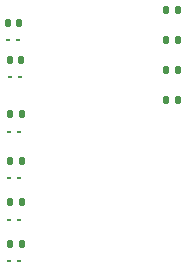
<source format=gbr>
%TF.GenerationSoftware,KiCad,Pcbnew,8.0.8*%
%TF.CreationDate,2025-03-20T21:36:52-04:00*%
%TF.ProjectId,PCB PUERTA,50434220-5055-4455-9254-412e6b696361,rev?*%
%TF.SameCoordinates,Original*%
%TF.FileFunction,Paste,Bot*%
%TF.FilePolarity,Positive*%
%FSLAX46Y46*%
G04 Gerber Fmt 4.6, Leading zero omitted, Abs format (unit mm)*
G04 Created by KiCad (PCBNEW 8.0.8) date 2025-03-20 21:36:52*
%MOMM*%
%LPD*%
G01*
G04 APERTURE LIST*
G04 Aperture macros list*
%AMRoundRect*
0 Rectangle with rounded corners*
0 $1 Rounding radius*
0 $2 $3 $4 $5 $6 $7 $8 $9 X,Y pos of 4 corners*
0 Add a 4 corners polygon primitive as box body*
4,1,4,$2,$3,$4,$5,$6,$7,$8,$9,$2,$3,0*
0 Add four circle primitives for the rounded corners*
1,1,$1+$1,$2,$3*
1,1,$1+$1,$4,$5*
1,1,$1+$1,$6,$7*
1,1,$1+$1,$8,$9*
0 Add four rect primitives between the rounded corners*
20,1,$1+$1,$2,$3,$4,$5,0*
20,1,$1+$1,$4,$5,$6,$7,0*
20,1,$1+$1,$6,$7,$8,$9,0*
20,1,$1+$1,$8,$9,$2,$3,0*%
G04 Aperture macros list end*
%ADD10RoundRect,0.062500X-0.117500X-0.062500X0.117500X-0.062500X0.117500X0.062500X-0.117500X0.062500X0*%
%ADD11RoundRect,0.140000X-0.140000X-0.170000X0.140000X-0.170000X0.140000X0.170000X-0.140000X0.170000X0*%
%ADD12RoundRect,0.135000X-0.135000X-0.185000X0.135000X-0.185000X0.135000X0.185000X-0.135000X0.185000X0*%
G04 APERTURE END LIST*
D10*
%TO.C,D1*%
X110275000Y-77176600D03*
X109435000Y-77176600D03*
%TD*%
%TO.C,D2*%
X110216600Y-85736400D03*
X109376600Y-85736400D03*
%TD*%
D11*
%TO.C,C2*%
X109476600Y-84314000D03*
X110436600Y-84314000D03*
%TD*%
D12*
%TO.C,R12*%
X122680000Y-74052400D03*
X123700000Y-74052400D03*
%TD*%
D11*
%TO.C,C4*%
X109476600Y-80377000D03*
X110436600Y-80377000D03*
%TD*%
D12*
%TO.C,R13*%
X122680000Y-76592400D03*
X123700000Y-76592400D03*
%TD*%
D11*
%TO.C,C5*%
X109476600Y-87819200D03*
X110436600Y-87819200D03*
%TD*%
%TO.C,C3*%
X109476600Y-91324400D03*
X110436600Y-91324400D03*
%TD*%
D10*
%TO.C,D4*%
X110216600Y-81875600D03*
X109376600Y-81875600D03*
%TD*%
%TO.C,D3*%
X110216600Y-92797600D03*
X109376600Y-92797600D03*
%TD*%
%TO.C,D6*%
X110094600Y-74052400D03*
X109254600Y-74052400D03*
%TD*%
D12*
%TO.C,R10*%
X122680000Y-71512400D03*
X123700000Y-71512400D03*
%TD*%
%TO.C,R14*%
X122680000Y-79132400D03*
X123700000Y-79132400D03*
%TD*%
D11*
%TO.C,C1*%
X109425800Y-75779600D03*
X110385800Y-75779600D03*
%TD*%
D10*
%TO.C,D5*%
X110216600Y-89292400D03*
X109376600Y-89292400D03*
%TD*%
D11*
%TO.C,C6*%
X109248000Y-72655400D03*
X110208000Y-72655400D03*
%TD*%
M02*

</source>
